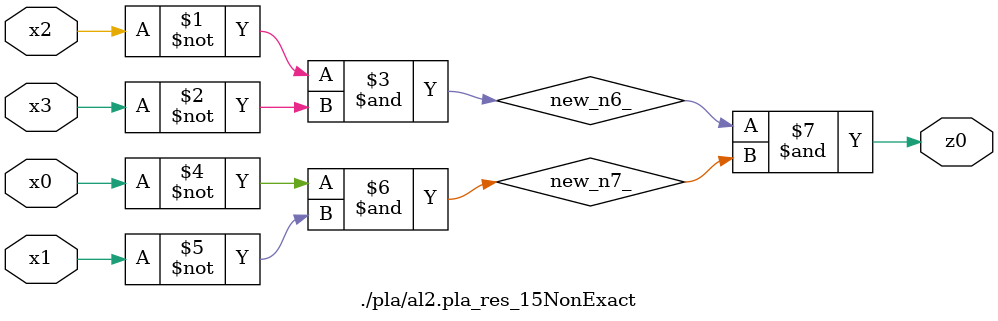
<source format=v>

module \./pla/al2.pla_res_15NonExact  ( 
    x0, x1, x2, x3,
    z0  );
  input  x0, x1, x2, x3;
  output z0;
  wire new_n6_, new_n7_;
  assign new_n6_ = ~x2 & ~x3;
  assign new_n7_ = ~x0 & ~x1;
  assign z0 = new_n6_ & new_n7_;
endmodule



</source>
